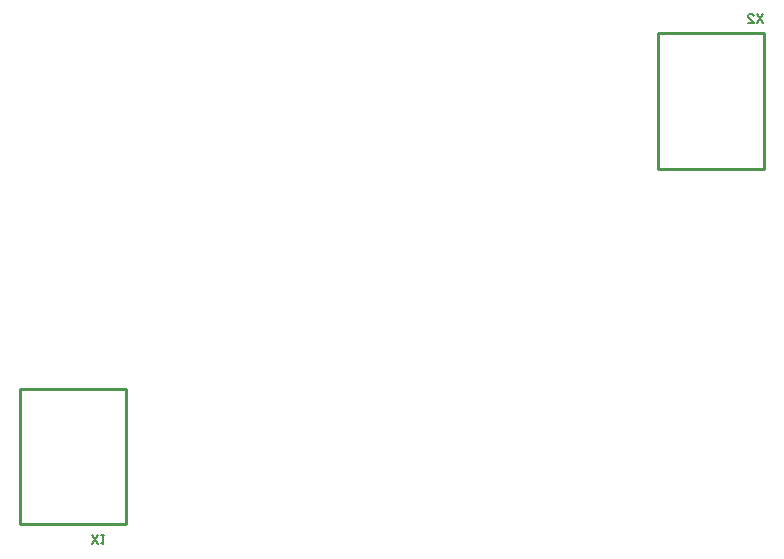
<source format=gbo>
G04 Layer_Color=48896*
%FSLAX44Y44*%
%MOMM*%
G71*
G01*
G75*
%ADD34C,0.2540*%
%ADD35C,0.2000*%
D34*
X90836Y96862D02*
Y211862D01*
X180836D01*
Y96862D02*
Y211862D01*
X90836Y96862D02*
X180836D01*
X720759Y397824D02*
Y512824D01*
X630759Y397824D02*
X720759D01*
X630759D02*
Y512824D01*
X720759D01*
D35*
X151336Y79865D02*
X156668Y87862D01*
Y79865D02*
X151336Y87862D01*
X159334D02*
X162000D01*
X160667D01*
Y79865D01*
X159334Y81198D01*
X720145Y529071D02*
X714813Y521074D01*
Y529071D02*
X720145Y521074D01*
X706815D02*
X712147D01*
X706815Y526405D01*
Y527738D01*
X708148Y529071D01*
X710814D01*
X712147Y527738D01*
M02*

</source>
